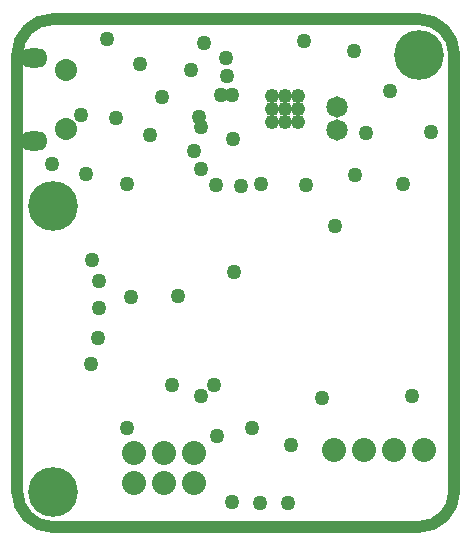
<source format=gbr>
%TF.GenerationSoftware,Altium Limited,Altium Designer,23.3.1 (30)*%
G04 Layer_Physical_Order=3*
G04 Layer_Color=128*
%FSLAX45Y45*%
%MOMM*%
%TF.SameCoordinates,E5280C8B-2022-47E8-8DAE-B5BF382FD6C1*%
%TF.FilePolarity,Negative*%
%TF.FileFunction,Copper,L3,Inr,Plane*%
%TF.Part,Single*%
G01*
G75*
%TA.AperFunction,NonConductor*%
%ADD42C,1.01600*%
%TA.AperFunction,ViaPad*%
%ADD43C,4.21600*%
%TA.AperFunction,ComponentPad*%
%ADD44C,2.03600*%
%ADD45O,2.31600X1.61600*%
%ADD46C,1.86600*%
%ADD47C,1.81600*%
%TA.AperFunction,ViaPad*%
%ADD48C,1.27000*%
%ADD49C,1.21600*%
D42*
X300000Y4300000D02*
G03*
X0Y4000000I0J-300000D01*
G01*
X3700000D02*
G03*
X3400000Y4300000I-300000J0D01*
G01*
Y0D02*
G03*
X3700000Y300000I0J300000D01*
G01*
X0D02*
G03*
X300000Y0I300000J0D01*
G01*
X0Y300000D02*
Y4000000D01*
X300000Y4300000D02*
X3400000D01*
X3700000Y300000D02*
Y4000000D01*
X300000Y0D02*
X3400000D01*
D43*
X300000Y2720000D02*
D03*
X3400000Y4000000D02*
D03*
X300000Y300000D02*
D03*
D44*
X990600Y373600D02*
D03*
X1244600D02*
D03*
X1498600D02*
D03*
X990600Y627600D02*
D03*
X1244600D02*
D03*
X1498600D02*
D03*
X3441700Y653000D02*
D03*
X3187700D02*
D03*
X2933700D02*
D03*
X2679700D02*
D03*
D45*
X139700Y3967700D02*
D03*
Y3267701D02*
D03*
D46*
X409702Y3867700D02*
D03*
Y3367701D02*
D03*
D47*
X2705100Y3358100D02*
D03*
Y3558100D02*
D03*
D48*
X2317500Y695000D02*
D03*
X3157500Y3695000D02*
D03*
X2862500Y2982500D02*
D03*
X3500000Y3342500D02*
D03*
X2952500Y3332500D02*
D03*
X2850000Y4032500D02*
D03*
X2427500Y4115000D02*
D03*
X1585000Y4097500D02*
D03*
X1472500Y3867500D02*
D03*
X1125000Y3317500D02*
D03*
X1042500Y3922500D02*
D03*
X835000Y3465000D02*
D03*
X580000Y2990000D02*
D03*
X295000Y3077500D02*
D03*
X1822500Y210000D02*
D03*
X2057500Y205000D02*
D03*
X2295000D02*
D03*
X1991305Y840244D02*
D03*
X1689100Y770000D02*
D03*
X1557500Y3027500D02*
D03*
X1560000Y1105000D02*
D03*
X927500Y840000D02*
D03*
X625000Y1380000D02*
D03*
X630000Y2260000D02*
D03*
X1357500Y1952500D02*
D03*
X1892300Y2885931D02*
D03*
X962500Y1950000D02*
D03*
X3267500Y2907500D02*
D03*
X2445000Y2895000D02*
D03*
X2065000Y2900000D02*
D03*
X927500Y2902500D02*
D03*
X1685000Y2897500D02*
D03*
X540000Y3485000D02*
D03*
X1225000Y3637500D02*
D03*
X760000Y4132500D02*
D03*
X1552879Y3388321D02*
D03*
X1540000Y3472500D02*
D03*
X1815000Y3657500D02*
D03*
X1727942D02*
D03*
X1828800Y3281900D02*
D03*
X2580000Y1092500D02*
D03*
X3340000Y1110000D02*
D03*
X690000Y1857500D02*
D03*
Y2080000D02*
D03*
X685000Y1602500D02*
D03*
X1663700Y1199100D02*
D03*
X1308100D02*
D03*
X1838000Y2160800D02*
D03*
X2692400Y2545300D02*
D03*
X1769282Y3967700D02*
D03*
X1778000Y3815300D02*
D03*
X1498600Y3180300D02*
D03*
D49*
X2160900Y3652400D02*
D03*
X2270902D02*
D03*
X2380899D02*
D03*
X2160900Y3542402D02*
D03*
X2270902D02*
D03*
X2380899D02*
D03*
X2160900Y3432400D02*
D03*
X2270902D02*
D03*
X2380899D02*
D03*
%TF.MD5,b0d87a7c093d82a1b6a368b64788ab6c*%
M02*

</source>
